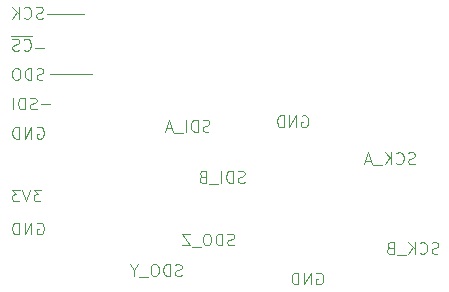
<source format=gbr>
%TF.GenerationSoftware,KiCad,Pcbnew,8.0.1*%
%TF.CreationDate,2024-08-08T22:12:17-07:00*%
%TF.ProjectId,spi_ethernet_mcu_side,7370695f-6574-4686-9572-6e65745f6d63,rev?*%
%TF.SameCoordinates,Original*%
%TF.FileFunction,Legend,Bot*%
%TF.FilePolarity,Positive*%
%FSLAX46Y46*%
G04 Gerber Fmt 4.6, Leading zero omitted, Abs format (unit mm)*
G04 Created by KiCad (PCBNEW 8.0.1) date 2024-08-08 22:12:17*
%MOMM*%
%LPD*%
G01*
G04 APERTURE LIST*
G04 Aperture macros list*
%AMRoundRect*
0 Rectangle with rounded corners*
0 $1 Rounding radius*
0 $2 $3 $4 $5 $6 $7 $8 $9 X,Y pos of 4 corners*
0 Add a 4 corners polygon primitive as box body*
4,1,4,$2,$3,$4,$5,$6,$7,$8,$9,$2,$3,0*
0 Add four circle primitives for the rounded corners*
1,1,$1+$1,$2,$3*
1,1,$1+$1,$4,$5*
1,1,$1+$1,$6,$7*
1,1,$1+$1,$8,$9*
0 Add four rect primitives between the rounded corners*
20,1,$1+$1,$2,$3,$4,$5,0*
20,1,$1+$1,$4,$5,$6,$7,0*
20,1,$1+$1,$6,$7,$8,$9,0*
20,1,$1+$1,$8,$9,$2,$3,0*%
G04 Aperture macros list end*
%ADD10C,0.100000*%
%ADD11R,1.700000X1.700000*%
%ADD12C,2.200000*%
%ADD13C,2.700000*%
%ADD14C,1.500000*%
%ADD15RoundRect,0.250000X0.500000X0.500000X-0.500000X0.500000X-0.500000X-0.500000X0.500000X-0.500000X0*%
%ADD16C,3.250000*%
%ADD17O,1.700000X1.700000*%
G04 APERTURE END LIST*
D10*
X113817400Y-72491600D02*
X114579400Y-72491600D01*
X114300000Y-77216000D02*
X115062000Y-77216000D01*
X115062000Y-74676000D02*
X118618000Y-74676000D01*
X114808000Y-69596000D02*
X117932200Y-69596000D01*
X131569734Y-83848000D02*
X131426877Y-83895619D01*
X131426877Y-83895619D02*
X131188782Y-83895619D01*
X131188782Y-83895619D02*
X131093544Y-83848000D01*
X131093544Y-83848000D02*
X131045925Y-83800380D01*
X131045925Y-83800380D02*
X130998306Y-83705142D01*
X130998306Y-83705142D02*
X130998306Y-83609904D01*
X130998306Y-83609904D02*
X131045925Y-83514666D01*
X131045925Y-83514666D02*
X131093544Y-83467047D01*
X131093544Y-83467047D02*
X131188782Y-83419428D01*
X131188782Y-83419428D02*
X131379258Y-83371809D01*
X131379258Y-83371809D02*
X131474496Y-83324190D01*
X131474496Y-83324190D02*
X131522115Y-83276571D01*
X131522115Y-83276571D02*
X131569734Y-83181333D01*
X131569734Y-83181333D02*
X131569734Y-83086095D01*
X131569734Y-83086095D02*
X131522115Y-82990857D01*
X131522115Y-82990857D02*
X131474496Y-82943238D01*
X131474496Y-82943238D02*
X131379258Y-82895619D01*
X131379258Y-82895619D02*
X131141163Y-82895619D01*
X131141163Y-82895619D02*
X130998306Y-82943238D01*
X130569734Y-83895619D02*
X130569734Y-82895619D01*
X130569734Y-82895619D02*
X130331639Y-82895619D01*
X130331639Y-82895619D02*
X130188782Y-82943238D01*
X130188782Y-82943238D02*
X130093544Y-83038476D01*
X130093544Y-83038476D02*
X130045925Y-83133714D01*
X130045925Y-83133714D02*
X129998306Y-83324190D01*
X129998306Y-83324190D02*
X129998306Y-83467047D01*
X129998306Y-83467047D02*
X130045925Y-83657523D01*
X130045925Y-83657523D02*
X130093544Y-83752761D01*
X130093544Y-83752761D02*
X130188782Y-83848000D01*
X130188782Y-83848000D02*
X130331639Y-83895619D01*
X130331639Y-83895619D02*
X130569734Y-83895619D01*
X129569734Y-83895619D02*
X129569734Y-82895619D01*
X129331640Y-83990857D02*
X128569735Y-83990857D01*
X127998306Y-83371809D02*
X127855449Y-83419428D01*
X127855449Y-83419428D02*
X127807830Y-83467047D01*
X127807830Y-83467047D02*
X127760211Y-83562285D01*
X127760211Y-83562285D02*
X127760211Y-83705142D01*
X127760211Y-83705142D02*
X127807830Y-83800380D01*
X127807830Y-83800380D02*
X127855449Y-83848000D01*
X127855449Y-83848000D02*
X127950687Y-83895619D01*
X127950687Y-83895619D02*
X128331639Y-83895619D01*
X128331639Y-83895619D02*
X128331639Y-82895619D01*
X128331639Y-82895619D02*
X127998306Y-82895619D01*
X127998306Y-82895619D02*
X127903068Y-82943238D01*
X127903068Y-82943238D02*
X127855449Y-82990857D01*
X127855449Y-82990857D02*
X127807830Y-83086095D01*
X127807830Y-83086095D02*
X127807830Y-83181333D01*
X127807830Y-83181333D02*
X127855449Y-83276571D01*
X127855449Y-83276571D02*
X127903068Y-83324190D01*
X127903068Y-83324190D02*
X127998306Y-83371809D01*
X127998306Y-83371809D02*
X128331639Y-83371809D01*
X136408506Y-78244238D02*
X136503744Y-78196619D01*
X136503744Y-78196619D02*
X136646601Y-78196619D01*
X136646601Y-78196619D02*
X136789458Y-78244238D01*
X136789458Y-78244238D02*
X136884696Y-78339476D01*
X136884696Y-78339476D02*
X136932315Y-78434714D01*
X136932315Y-78434714D02*
X136979934Y-78625190D01*
X136979934Y-78625190D02*
X136979934Y-78768047D01*
X136979934Y-78768047D02*
X136932315Y-78958523D01*
X136932315Y-78958523D02*
X136884696Y-79053761D01*
X136884696Y-79053761D02*
X136789458Y-79149000D01*
X136789458Y-79149000D02*
X136646601Y-79196619D01*
X136646601Y-79196619D02*
X136551363Y-79196619D01*
X136551363Y-79196619D02*
X136408506Y-79149000D01*
X136408506Y-79149000D02*
X136360887Y-79101380D01*
X136360887Y-79101380D02*
X136360887Y-78768047D01*
X136360887Y-78768047D02*
X136551363Y-78768047D01*
X135932315Y-79196619D02*
X135932315Y-78196619D01*
X135932315Y-78196619D02*
X135360887Y-79196619D01*
X135360887Y-79196619D02*
X135360887Y-78196619D01*
X134884696Y-79196619D02*
X134884696Y-78196619D01*
X134884696Y-78196619D02*
X134646601Y-78196619D01*
X134646601Y-78196619D02*
X134503744Y-78244238D01*
X134503744Y-78244238D02*
X134408506Y-78339476D01*
X134408506Y-78339476D02*
X134360887Y-78434714D01*
X134360887Y-78434714D02*
X134313268Y-78625190D01*
X134313268Y-78625190D02*
X134313268Y-78768047D01*
X134313268Y-78768047D02*
X134360887Y-78958523D01*
X134360887Y-78958523D02*
X134408506Y-79053761D01*
X134408506Y-79053761D02*
X134503744Y-79149000D01*
X134503744Y-79149000D02*
X134646601Y-79196619D01*
X134646601Y-79196619D02*
X134884696Y-79196619D01*
X128597934Y-79530000D02*
X128455077Y-79577619D01*
X128455077Y-79577619D02*
X128216982Y-79577619D01*
X128216982Y-79577619D02*
X128121744Y-79530000D01*
X128121744Y-79530000D02*
X128074125Y-79482380D01*
X128074125Y-79482380D02*
X128026506Y-79387142D01*
X128026506Y-79387142D02*
X128026506Y-79291904D01*
X128026506Y-79291904D02*
X128074125Y-79196666D01*
X128074125Y-79196666D02*
X128121744Y-79149047D01*
X128121744Y-79149047D02*
X128216982Y-79101428D01*
X128216982Y-79101428D02*
X128407458Y-79053809D01*
X128407458Y-79053809D02*
X128502696Y-79006190D01*
X128502696Y-79006190D02*
X128550315Y-78958571D01*
X128550315Y-78958571D02*
X128597934Y-78863333D01*
X128597934Y-78863333D02*
X128597934Y-78768095D01*
X128597934Y-78768095D02*
X128550315Y-78672857D01*
X128550315Y-78672857D02*
X128502696Y-78625238D01*
X128502696Y-78625238D02*
X128407458Y-78577619D01*
X128407458Y-78577619D02*
X128169363Y-78577619D01*
X128169363Y-78577619D02*
X128026506Y-78625238D01*
X127597934Y-79577619D02*
X127597934Y-78577619D01*
X127597934Y-78577619D02*
X127359839Y-78577619D01*
X127359839Y-78577619D02*
X127216982Y-78625238D01*
X127216982Y-78625238D02*
X127121744Y-78720476D01*
X127121744Y-78720476D02*
X127074125Y-78815714D01*
X127074125Y-78815714D02*
X127026506Y-79006190D01*
X127026506Y-79006190D02*
X127026506Y-79149047D01*
X127026506Y-79149047D02*
X127074125Y-79339523D01*
X127074125Y-79339523D02*
X127121744Y-79434761D01*
X127121744Y-79434761D02*
X127216982Y-79530000D01*
X127216982Y-79530000D02*
X127359839Y-79577619D01*
X127359839Y-79577619D02*
X127597934Y-79577619D01*
X126597934Y-79577619D02*
X126597934Y-78577619D01*
X126359840Y-79672857D02*
X125597935Y-79672857D01*
X125407458Y-79291904D02*
X124931268Y-79291904D01*
X125502696Y-79577619D02*
X125169363Y-78577619D01*
X125169363Y-78577619D02*
X124836030Y-79577619D01*
X126235734Y-91747400D02*
X126092877Y-91795019D01*
X126092877Y-91795019D02*
X125854782Y-91795019D01*
X125854782Y-91795019D02*
X125759544Y-91747400D01*
X125759544Y-91747400D02*
X125711925Y-91699780D01*
X125711925Y-91699780D02*
X125664306Y-91604542D01*
X125664306Y-91604542D02*
X125664306Y-91509304D01*
X125664306Y-91509304D02*
X125711925Y-91414066D01*
X125711925Y-91414066D02*
X125759544Y-91366447D01*
X125759544Y-91366447D02*
X125854782Y-91318828D01*
X125854782Y-91318828D02*
X126045258Y-91271209D01*
X126045258Y-91271209D02*
X126140496Y-91223590D01*
X126140496Y-91223590D02*
X126188115Y-91175971D01*
X126188115Y-91175971D02*
X126235734Y-91080733D01*
X126235734Y-91080733D02*
X126235734Y-90985495D01*
X126235734Y-90985495D02*
X126188115Y-90890257D01*
X126188115Y-90890257D02*
X126140496Y-90842638D01*
X126140496Y-90842638D02*
X126045258Y-90795019D01*
X126045258Y-90795019D02*
X125807163Y-90795019D01*
X125807163Y-90795019D02*
X125664306Y-90842638D01*
X125235734Y-91795019D02*
X125235734Y-90795019D01*
X125235734Y-90795019D02*
X124997639Y-90795019D01*
X124997639Y-90795019D02*
X124854782Y-90842638D01*
X124854782Y-90842638D02*
X124759544Y-90937876D01*
X124759544Y-90937876D02*
X124711925Y-91033114D01*
X124711925Y-91033114D02*
X124664306Y-91223590D01*
X124664306Y-91223590D02*
X124664306Y-91366447D01*
X124664306Y-91366447D02*
X124711925Y-91556923D01*
X124711925Y-91556923D02*
X124759544Y-91652161D01*
X124759544Y-91652161D02*
X124854782Y-91747400D01*
X124854782Y-91747400D02*
X124997639Y-91795019D01*
X124997639Y-91795019D02*
X125235734Y-91795019D01*
X124045258Y-90795019D02*
X123854782Y-90795019D01*
X123854782Y-90795019D02*
X123759544Y-90842638D01*
X123759544Y-90842638D02*
X123664306Y-90937876D01*
X123664306Y-90937876D02*
X123616687Y-91128352D01*
X123616687Y-91128352D02*
X123616687Y-91461685D01*
X123616687Y-91461685D02*
X123664306Y-91652161D01*
X123664306Y-91652161D02*
X123759544Y-91747400D01*
X123759544Y-91747400D02*
X123854782Y-91795019D01*
X123854782Y-91795019D02*
X124045258Y-91795019D01*
X124045258Y-91795019D02*
X124140496Y-91747400D01*
X124140496Y-91747400D02*
X124235734Y-91652161D01*
X124235734Y-91652161D02*
X124283353Y-91461685D01*
X124283353Y-91461685D02*
X124283353Y-91128352D01*
X124283353Y-91128352D02*
X124235734Y-90937876D01*
X124235734Y-90937876D02*
X124140496Y-90842638D01*
X124140496Y-90842638D02*
X124045258Y-90795019D01*
X123426211Y-91890257D02*
X122664306Y-91890257D01*
X122235734Y-91318828D02*
X122235734Y-91795019D01*
X122569067Y-90795019D02*
X122235734Y-91318828D01*
X122235734Y-91318828D02*
X121902401Y-90795019D01*
X130680734Y-89156600D02*
X130537877Y-89204219D01*
X130537877Y-89204219D02*
X130299782Y-89204219D01*
X130299782Y-89204219D02*
X130204544Y-89156600D01*
X130204544Y-89156600D02*
X130156925Y-89108980D01*
X130156925Y-89108980D02*
X130109306Y-89013742D01*
X130109306Y-89013742D02*
X130109306Y-88918504D01*
X130109306Y-88918504D02*
X130156925Y-88823266D01*
X130156925Y-88823266D02*
X130204544Y-88775647D01*
X130204544Y-88775647D02*
X130299782Y-88728028D01*
X130299782Y-88728028D02*
X130490258Y-88680409D01*
X130490258Y-88680409D02*
X130585496Y-88632790D01*
X130585496Y-88632790D02*
X130633115Y-88585171D01*
X130633115Y-88585171D02*
X130680734Y-88489933D01*
X130680734Y-88489933D02*
X130680734Y-88394695D01*
X130680734Y-88394695D02*
X130633115Y-88299457D01*
X130633115Y-88299457D02*
X130585496Y-88251838D01*
X130585496Y-88251838D02*
X130490258Y-88204219D01*
X130490258Y-88204219D02*
X130252163Y-88204219D01*
X130252163Y-88204219D02*
X130109306Y-88251838D01*
X129680734Y-89204219D02*
X129680734Y-88204219D01*
X129680734Y-88204219D02*
X129442639Y-88204219D01*
X129442639Y-88204219D02*
X129299782Y-88251838D01*
X129299782Y-88251838D02*
X129204544Y-88347076D01*
X129204544Y-88347076D02*
X129156925Y-88442314D01*
X129156925Y-88442314D02*
X129109306Y-88632790D01*
X129109306Y-88632790D02*
X129109306Y-88775647D01*
X129109306Y-88775647D02*
X129156925Y-88966123D01*
X129156925Y-88966123D02*
X129204544Y-89061361D01*
X129204544Y-89061361D02*
X129299782Y-89156600D01*
X129299782Y-89156600D02*
X129442639Y-89204219D01*
X129442639Y-89204219D02*
X129680734Y-89204219D01*
X128490258Y-88204219D02*
X128299782Y-88204219D01*
X128299782Y-88204219D02*
X128204544Y-88251838D01*
X128204544Y-88251838D02*
X128109306Y-88347076D01*
X128109306Y-88347076D02*
X128061687Y-88537552D01*
X128061687Y-88537552D02*
X128061687Y-88870885D01*
X128061687Y-88870885D02*
X128109306Y-89061361D01*
X128109306Y-89061361D02*
X128204544Y-89156600D01*
X128204544Y-89156600D02*
X128299782Y-89204219D01*
X128299782Y-89204219D02*
X128490258Y-89204219D01*
X128490258Y-89204219D02*
X128585496Y-89156600D01*
X128585496Y-89156600D02*
X128680734Y-89061361D01*
X128680734Y-89061361D02*
X128728353Y-88870885D01*
X128728353Y-88870885D02*
X128728353Y-88537552D01*
X128728353Y-88537552D02*
X128680734Y-88347076D01*
X128680734Y-88347076D02*
X128585496Y-88251838D01*
X128585496Y-88251838D02*
X128490258Y-88204219D01*
X127871211Y-89299457D02*
X127109306Y-89299457D01*
X126966448Y-88204219D02*
X126299782Y-88204219D01*
X126299782Y-88204219D02*
X126966448Y-89204219D01*
X126966448Y-89204219D02*
X126299782Y-89204219D01*
X137653106Y-91553838D02*
X137748344Y-91506219D01*
X137748344Y-91506219D02*
X137891201Y-91506219D01*
X137891201Y-91506219D02*
X138034058Y-91553838D01*
X138034058Y-91553838D02*
X138129296Y-91649076D01*
X138129296Y-91649076D02*
X138176915Y-91744314D01*
X138176915Y-91744314D02*
X138224534Y-91934790D01*
X138224534Y-91934790D02*
X138224534Y-92077647D01*
X138224534Y-92077647D02*
X138176915Y-92268123D01*
X138176915Y-92268123D02*
X138129296Y-92363361D01*
X138129296Y-92363361D02*
X138034058Y-92458600D01*
X138034058Y-92458600D02*
X137891201Y-92506219D01*
X137891201Y-92506219D02*
X137795963Y-92506219D01*
X137795963Y-92506219D02*
X137653106Y-92458600D01*
X137653106Y-92458600D02*
X137605487Y-92410980D01*
X137605487Y-92410980D02*
X137605487Y-92077647D01*
X137605487Y-92077647D02*
X137795963Y-92077647D01*
X137176915Y-92506219D02*
X137176915Y-91506219D01*
X137176915Y-91506219D02*
X136605487Y-92506219D01*
X136605487Y-92506219D02*
X136605487Y-91506219D01*
X136129296Y-92506219D02*
X136129296Y-91506219D01*
X136129296Y-91506219D02*
X135891201Y-91506219D01*
X135891201Y-91506219D02*
X135748344Y-91553838D01*
X135748344Y-91553838D02*
X135653106Y-91649076D01*
X135653106Y-91649076D02*
X135605487Y-91744314D01*
X135605487Y-91744314D02*
X135557868Y-91934790D01*
X135557868Y-91934790D02*
X135557868Y-92077647D01*
X135557868Y-92077647D02*
X135605487Y-92268123D01*
X135605487Y-92268123D02*
X135653106Y-92363361D01*
X135653106Y-92363361D02*
X135748344Y-92458600D01*
X135748344Y-92458600D02*
X135891201Y-92506219D01*
X135891201Y-92506219D02*
X136129296Y-92506219D01*
X147978134Y-89867800D02*
X147835277Y-89915419D01*
X147835277Y-89915419D02*
X147597182Y-89915419D01*
X147597182Y-89915419D02*
X147501944Y-89867800D01*
X147501944Y-89867800D02*
X147454325Y-89820180D01*
X147454325Y-89820180D02*
X147406706Y-89724942D01*
X147406706Y-89724942D02*
X147406706Y-89629704D01*
X147406706Y-89629704D02*
X147454325Y-89534466D01*
X147454325Y-89534466D02*
X147501944Y-89486847D01*
X147501944Y-89486847D02*
X147597182Y-89439228D01*
X147597182Y-89439228D02*
X147787658Y-89391609D01*
X147787658Y-89391609D02*
X147882896Y-89343990D01*
X147882896Y-89343990D02*
X147930515Y-89296371D01*
X147930515Y-89296371D02*
X147978134Y-89201133D01*
X147978134Y-89201133D02*
X147978134Y-89105895D01*
X147978134Y-89105895D02*
X147930515Y-89010657D01*
X147930515Y-89010657D02*
X147882896Y-88963038D01*
X147882896Y-88963038D02*
X147787658Y-88915419D01*
X147787658Y-88915419D02*
X147549563Y-88915419D01*
X147549563Y-88915419D02*
X147406706Y-88963038D01*
X146406706Y-89820180D02*
X146454325Y-89867800D01*
X146454325Y-89867800D02*
X146597182Y-89915419D01*
X146597182Y-89915419D02*
X146692420Y-89915419D01*
X146692420Y-89915419D02*
X146835277Y-89867800D01*
X146835277Y-89867800D02*
X146930515Y-89772561D01*
X146930515Y-89772561D02*
X146978134Y-89677323D01*
X146978134Y-89677323D02*
X147025753Y-89486847D01*
X147025753Y-89486847D02*
X147025753Y-89343990D01*
X147025753Y-89343990D02*
X146978134Y-89153514D01*
X146978134Y-89153514D02*
X146930515Y-89058276D01*
X146930515Y-89058276D02*
X146835277Y-88963038D01*
X146835277Y-88963038D02*
X146692420Y-88915419D01*
X146692420Y-88915419D02*
X146597182Y-88915419D01*
X146597182Y-88915419D02*
X146454325Y-88963038D01*
X146454325Y-88963038D02*
X146406706Y-89010657D01*
X145978134Y-89915419D02*
X145978134Y-88915419D01*
X145406706Y-89915419D02*
X145835277Y-89343990D01*
X145406706Y-88915419D02*
X145978134Y-89486847D01*
X145216230Y-90010657D02*
X144454325Y-90010657D01*
X143882896Y-89391609D02*
X143740039Y-89439228D01*
X143740039Y-89439228D02*
X143692420Y-89486847D01*
X143692420Y-89486847D02*
X143644801Y-89582085D01*
X143644801Y-89582085D02*
X143644801Y-89724942D01*
X143644801Y-89724942D02*
X143692420Y-89820180D01*
X143692420Y-89820180D02*
X143740039Y-89867800D01*
X143740039Y-89867800D02*
X143835277Y-89915419D01*
X143835277Y-89915419D02*
X144216229Y-89915419D01*
X144216229Y-89915419D02*
X144216229Y-88915419D01*
X144216229Y-88915419D02*
X143882896Y-88915419D01*
X143882896Y-88915419D02*
X143787658Y-88963038D01*
X143787658Y-88963038D02*
X143740039Y-89010657D01*
X143740039Y-89010657D02*
X143692420Y-89105895D01*
X143692420Y-89105895D02*
X143692420Y-89201133D01*
X143692420Y-89201133D02*
X143740039Y-89296371D01*
X143740039Y-89296371D02*
X143787658Y-89343990D01*
X143787658Y-89343990D02*
X143882896Y-89391609D01*
X143882896Y-89391609D02*
X144216229Y-89391609D01*
X145996934Y-82273200D02*
X145854077Y-82320819D01*
X145854077Y-82320819D02*
X145615982Y-82320819D01*
X145615982Y-82320819D02*
X145520744Y-82273200D01*
X145520744Y-82273200D02*
X145473125Y-82225580D01*
X145473125Y-82225580D02*
X145425506Y-82130342D01*
X145425506Y-82130342D02*
X145425506Y-82035104D01*
X145425506Y-82035104D02*
X145473125Y-81939866D01*
X145473125Y-81939866D02*
X145520744Y-81892247D01*
X145520744Y-81892247D02*
X145615982Y-81844628D01*
X145615982Y-81844628D02*
X145806458Y-81797009D01*
X145806458Y-81797009D02*
X145901696Y-81749390D01*
X145901696Y-81749390D02*
X145949315Y-81701771D01*
X145949315Y-81701771D02*
X145996934Y-81606533D01*
X145996934Y-81606533D02*
X145996934Y-81511295D01*
X145996934Y-81511295D02*
X145949315Y-81416057D01*
X145949315Y-81416057D02*
X145901696Y-81368438D01*
X145901696Y-81368438D02*
X145806458Y-81320819D01*
X145806458Y-81320819D02*
X145568363Y-81320819D01*
X145568363Y-81320819D02*
X145425506Y-81368438D01*
X144425506Y-82225580D02*
X144473125Y-82273200D01*
X144473125Y-82273200D02*
X144615982Y-82320819D01*
X144615982Y-82320819D02*
X144711220Y-82320819D01*
X144711220Y-82320819D02*
X144854077Y-82273200D01*
X144854077Y-82273200D02*
X144949315Y-82177961D01*
X144949315Y-82177961D02*
X144996934Y-82082723D01*
X144996934Y-82082723D02*
X145044553Y-81892247D01*
X145044553Y-81892247D02*
X145044553Y-81749390D01*
X145044553Y-81749390D02*
X144996934Y-81558914D01*
X144996934Y-81558914D02*
X144949315Y-81463676D01*
X144949315Y-81463676D02*
X144854077Y-81368438D01*
X144854077Y-81368438D02*
X144711220Y-81320819D01*
X144711220Y-81320819D02*
X144615982Y-81320819D01*
X144615982Y-81320819D02*
X144473125Y-81368438D01*
X144473125Y-81368438D02*
X144425506Y-81416057D01*
X143996934Y-82320819D02*
X143996934Y-81320819D01*
X143425506Y-82320819D02*
X143854077Y-81749390D01*
X143425506Y-81320819D02*
X143996934Y-81892247D01*
X143235030Y-82416057D02*
X142473125Y-82416057D01*
X142282648Y-82035104D02*
X141806458Y-82035104D01*
X142377886Y-82320819D02*
X142044553Y-81320819D01*
X142044553Y-81320819D02*
X141711220Y-82320819D01*
X112860867Y-72615179D02*
X112908486Y-72662799D01*
X112908486Y-72662799D02*
X113051343Y-72710418D01*
X113051343Y-72710418D02*
X113146581Y-72710418D01*
X113146581Y-72710418D02*
X113289438Y-72662799D01*
X113289438Y-72662799D02*
X113384676Y-72567560D01*
X113384676Y-72567560D02*
X113432295Y-72472322D01*
X113432295Y-72472322D02*
X113479914Y-72281846D01*
X113479914Y-72281846D02*
X113479914Y-72138989D01*
X113479914Y-72138989D02*
X113432295Y-71948513D01*
X113432295Y-71948513D02*
X113384676Y-71853275D01*
X113384676Y-71853275D02*
X113289438Y-71758037D01*
X113289438Y-71758037D02*
X113146581Y-71710418D01*
X113146581Y-71710418D02*
X113051343Y-71710418D01*
X113051343Y-71710418D02*
X112908486Y-71758037D01*
X112908486Y-71758037D02*
X112860867Y-71805656D01*
X112479914Y-72662799D02*
X112337057Y-72710418D01*
X112337057Y-72710418D02*
X112098962Y-72710418D01*
X112098962Y-72710418D02*
X112003724Y-72662799D01*
X112003724Y-72662799D02*
X111956105Y-72615179D01*
X111956105Y-72615179D02*
X111908486Y-72519941D01*
X111908486Y-72519941D02*
X111908486Y-72424703D01*
X111908486Y-72424703D02*
X111956105Y-72329465D01*
X111956105Y-72329465D02*
X112003724Y-72281846D01*
X112003724Y-72281846D02*
X112098962Y-72234227D01*
X112098962Y-72234227D02*
X112289438Y-72186608D01*
X112289438Y-72186608D02*
X112384676Y-72138989D01*
X112384676Y-72138989D02*
X112432295Y-72091370D01*
X112432295Y-72091370D02*
X112479914Y-71996132D01*
X112479914Y-71996132D02*
X112479914Y-71900894D01*
X112479914Y-71900894D02*
X112432295Y-71805656D01*
X112432295Y-71805656D02*
X112384676Y-71758037D01*
X112384676Y-71758037D02*
X112289438Y-71710418D01*
X112289438Y-71710418D02*
X112051343Y-71710418D01*
X112051343Y-71710418D02*
X111908486Y-71758037D01*
X113570391Y-71432799D02*
X111818010Y-71432799D01*
X114003724Y-79215538D02*
X114098962Y-79167919D01*
X114098962Y-79167919D02*
X114241819Y-79167919D01*
X114241819Y-79167919D02*
X114384676Y-79215538D01*
X114384676Y-79215538D02*
X114479914Y-79310776D01*
X114479914Y-79310776D02*
X114527533Y-79406014D01*
X114527533Y-79406014D02*
X114575152Y-79596490D01*
X114575152Y-79596490D02*
X114575152Y-79739347D01*
X114575152Y-79739347D02*
X114527533Y-79929823D01*
X114527533Y-79929823D02*
X114479914Y-80025061D01*
X114479914Y-80025061D02*
X114384676Y-80120300D01*
X114384676Y-80120300D02*
X114241819Y-80167919D01*
X114241819Y-80167919D02*
X114146581Y-80167919D01*
X114146581Y-80167919D02*
X114003724Y-80120300D01*
X114003724Y-80120300D02*
X113956105Y-80072680D01*
X113956105Y-80072680D02*
X113956105Y-79739347D01*
X113956105Y-79739347D02*
X114146581Y-79739347D01*
X113527533Y-80167919D02*
X113527533Y-79167919D01*
X113527533Y-79167919D02*
X112956105Y-80167919D01*
X112956105Y-80167919D02*
X112956105Y-79167919D01*
X112479914Y-80167919D02*
X112479914Y-79167919D01*
X112479914Y-79167919D02*
X112241819Y-79167919D01*
X112241819Y-79167919D02*
X112098962Y-79215538D01*
X112098962Y-79215538D02*
X112003724Y-79310776D01*
X112003724Y-79310776D02*
X111956105Y-79406014D01*
X111956105Y-79406014D02*
X111908486Y-79596490D01*
X111908486Y-79596490D02*
X111908486Y-79739347D01*
X111908486Y-79739347D02*
X111956105Y-79929823D01*
X111956105Y-79929823D02*
X112003724Y-80025061D01*
X112003724Y-80025061D02*
X112098962Y-80120300D01*
X112098962Y-80120300D02*
X112241819Y-80167919D01*
X112241819Y-80167919D02*
X112479914Y-80167919D01*
X114527533Y-75148632D02*
X114384676Y-75196251D01*
X114384676Y-75196251D02*
X114146581Y-75196251D01*
X114146581Y-75196251D02*
X114051343Y-75148632D01*
X114051343Y-75148632D02*
X114003724Y-75101012D01*
X114003724Y-75101012D02*
X113956105Y-75005774D01*
X113956105Y-75005774D02*
X113956105Y-74910536D01*
X113956105Y-74910536D02*
X114003724Y-74815298D01*
X114003724Y-74815298D02*
X114051343Y-74767679D01*
X114051343Y-74767679D02*
X114146581Y-74720060D01*
X114146581Y-74720060D02*
X114337057Y-74672441D01*
X114337057Y-74672441D02*
X114432295Y-74624822D01*
X114432295Y-74624822D02*
X114479914Y-74577203D01*
X114479914Y-74577203D02*
X114527533Y-74481965D01*
X114527533Y-74481965D02*
X114527533Y-74386727D01*
X114527533Y-74386727D02*
X114479914Y-74291489D01*
X114479914Y-74291489D02*
X114432295Y-74243870D01*
X114432295Y-74243870D02*
X114337057Y-74196251D01*
X114337057Y-74196251D02*
X114098962Y-74196251D01*
X114098962Y-74196251D02*
X113956105Y-74243870D01*
X113527533Y-75196251D02*
X113527533Y-74196251D01*
X113527533Y-74196251D02*
X113289438Y-74196251D01*
X113289438Y-74196251D02*
X113146581Y-74243870D01*
X113146581Y-74243870D02*
X113051343Y-74339108D01*
X113051343Y-74339108D02*
X113003724Y-74434346D01*
X113003724Y-74434346D02*
X112956105Y-74624822D01*
X112956105Y-74624822D02*
X112956105Y-74767679D01*
X112956105Y-74767679D02*
X113003724Y-74958155D01*
X113003724Y-74958155D02*
X113051343Y-75053393D01*
X113051343Y-75053393D02*
X113146581Y-75148632D01*
X113146581Y-75148632D02*
X113289438Y-75196251D01*
X113289438Y-75196251D02*
X113527533Y-75196251D01*
X112337057Y-74196251D02*
X112146581Y-74196251D01*
X112146581Y-74196251D02*
X112051343Y-74243870D01*
X112051343Y-74243870D02*
X111956105Y-74339108D01*
X111956105Y-74339108D02*
X111908486Y-74529584D01*
X111908486Y-74529584D02*
X111908486Y-74862917D01*
X111908486Y-74862917D02*
X111956105Y-75053393D01*
X111956105Y-75053393D02*
X112051343Y-75148632D01*
X112051343Y-75148632D02*
X112146581Y-75196251D01*
X112146581Y-75196251D02*
X112337057Y-75196251D01*
X112337057Y-75196251D02*
X112432295Y-75148632D01*
X112432295Y-75148632D02*
X112527533Y-75053393D01*
X112527533Y-75053393D02*
X112575152Y-74862917D01*
X112575152Y-74862917D02*
X112575152Y-74529584D01*
X112575152Y-74529584D02*
X112527533Y-74339108D01*
X112527533Y-74339108D02*
X112432295Y-74243870D01*
X112432295Y-74243870D02*
X112337057Y-74196251D01*
X114003724Y-87312038D02*
X114098962Y-87264419D01*
X114098962Y-87264419D02*
X114241819Y-87264419D01*
X114241819Y-87264419D02*
X114384676Y-87312038D01*
X114384676Y-87312038D02*
X114479914Y-87407276D01*
X114479914Y-87407276D02*
X114527533Y-87502514D01*
X114527533Y-87502514D02*
X114575152Y-87692990D01*
X114575152Y-87692990D02*
X114575152Y-87835847D01*
X114575152Y-87835847D02*
X114527533Y-88026323D01*
X114527533Y-88026323D02*
X114479914Y-88121561D01*
X114479914Y-88121561D02*
X114384676Y-88216800D01*
X114384676Y-88216800D02*
X114241819Y-88264419D01*
X114241819Y-88264419D02*
X114146581Y-88264419D01*
X114146581Y-88264419D02*
X114003724Y-88216800D01*
X114003724Y-88216800D02*
X113956105Y-88169180D01*
X113956105Y-88169180D02*
X113956105Y-87835847D01*
X113956105Y-87835847D02*
X114146581Y-87835847D01*
X113527533Y-88264419D02*
X113527533Y-87264419D01*
X113527533Y-87264419D02*
X112956105Y-88264419D01*
X112956105Y-88264419D02*
X112956105Y-87264419D01*
X112479914Y-88264419D02*
X112479914Y-87264419D01*
X112479914Y-87264419D02*
X112241819Y-87264419D01*
X112241819Y-87264419D02*
X112098962Y-87312038D01*
X112098962Y-87312038D02*
X112003724Y-87407276D01*
X112003724Y-87407276D02*
X111956105Y-87502514D01*
X111956105Y-87502514D02*
X111908486Y-87692990D01*
X111908486Y-87692990D02*
X111908486Y-87835847D01*
X111908486Y-87835847D02*
X111956105Y-88026323D01*
X111956105Y-88026323D02*
X112003724Y-88121561D01*
X112003724Y-88121561D02*
X112098962Y-88216800D01*
X112098962Y-88216800D02*
X112241819Y-88264419D01*
X112241819Y-88264419D02*
X112479914Y-88264419D01*
X113956104Y-77634465D02*
X113813247Y-77682084D01*
X113813247Y-77682084D02*
X113575152Y-77682084D01*
X113575152Y-77682084D02*
X113479914Y-77634465D01*
X113479914Y-77634465D02*
X113432295Y-77586845D01*
X113432295Y-77586845D02*
X113384676Y-77491607D01*
X113384676Y-77491607D02*
X113384676Y-77396369D01*
X113384676Y-77396369D02*
X113432295Y-77301131D01*
X113432295Y-77301131D02*
X113479914Y-77253512D01*
X113479914Y-77253512D02*
X113575152Y-77205893D01*
X113575152Y-77205893D02*
X113765628Y-77158274D01*
X113765628Y-77158274D02*
X113860866Y-77110655D01*
X113860866Y-77110655D02*
X113908485Y-77063036D01*
X113908485Y-77063036D02*
X113956104Y-76967798D01*
X113956104Y-76967798D02*
X113956104Y-76872560D01*
X113956104Y-76872560D02*
X113908485Y-76777322D01*
X113908485Y-76777322D02*
X113860866Y-76729703D01*
X113860866Y-76729703D02*
X113765628Y-76682084D01*
X113765628Y-76682084D02*
X113527533Y-76682084D01*
X113527533Y-76682084D02*
X113384676Y-76729703D01*
X112956104Y-77682084D02*
X112956104Y-76682084D01*
X112956104Y-76682084D02*
X112718009Y-76682084D01*
X112718009Y-76682084D02*
X112575152Y-76729703D01*
X112575152Y-76729703D02*
X112479914Y-76824941D01*
X112479914Y-76824941D02*
X112432295Y-76920179D01*
X112432295Y-76920179D02*
X112384676Y-77110655D01*
X112384676Y-77110655D02*
X112384676Y-77253512D01*
X112384676Y-77253512D02*
X112432295Y-77443988D01*
X112432295Y-77443988D02*
X112479914Y-77539226D01*
X112479914Y-77539226D02*
X112575152Y-77634465D01*
X112575152Y-77634465D02*
X112718009Y-77682084D01*
X112718009Y-77682084D02*
X112956104Y-77682084D01*
X111956104Y-77682084D02*
X111956104Y-76682084D01*
X114479914Y-69960300D02*
X114337057Y-70007919D01*
X114337057Y-70007919D02*
X114098962Y-70007919D01*
X114098962Y-70007919D02*
X114003724Y-69960300D01*
X114003724Y-69960300D02*
X113956105Y-69912680D01*
X113956105Y-69912680D02*
X113908486Y-69817442D01*
X113908486Y-69817442D02*
X113908486Y-69722204D01*
X113908486Y-69722204D02*
X113956105Y-69626966D01*
X113956105Y-69626966D02*
X114003724Y-69579347D01*
X114003724Y-69579347D02*
X114098962Y-69531728D01*
X114098962Y-69531728D02*
X114289438Y-69484109D01*
X114289438Y-69484109D02*
X114384676Y-69436490D01*
X114384676Y-69436490D02*
X114432295Y-69388871D01*
X114432295Y-69388871D02*
X114479914Y-69293633D01*
X114479914Y-69293633D02*
X114479914Y-69198395D01*
X114479914Y-69198395D02*
X114432295Y-69103157D01*
X114432295Y-69103157D02*
X114384676Y-69055538D01*
X114384676Y-69055538D02*
X114289438Y-69007919D01*
X114289438Y-69007919D02*
X114051343Y-69007919D01*
X114051343Y-69007919D02*
X113908486Y-69055538D01*
X112908486Y-69912680D02*
X112956105Y-69960300D01*
X112956105Y-69960300D02*
X113098962Y-70007919D01*
X113098962Y-70007919D02*
X113194200Y-70007919D01*
X113194200Y-70007919D02*
X113337057Y-69960300D01*
X113337057Y-69960300D02*
X113432295Y-69865061D01*
X113432295Y-69865061D02*
X113479914Y-69769823D01*
X113479914Y-69769823D02*
X113527533Y-69579347D01*
X113527533Y-69579347D02*
X113527533Y-69436490D01*
X113527533Y-69436490D02*
X113479914Y-69246014D01*
X113479914Y-69246014D02*
X113432295Y-69150776D01*
X113432295Y-69150776D02*
X113337057Y-69055538D01*
X113337057Y-69055538D02*
X113194200Y-69007919D01*
X113194200Y-69007919D02*
X113098962Y-69007919D01*
X113098962Y-69007919D02*
X112956105Y-69055538D01*
X112956105Y-69055538D02*
X112908486Y-69103157D01*
X112479914Y-70007919D02*
X112479914Y-69007919D01*
X111908486Y-70007919D02*
X112337057Y-69436490D01*
X111908486Y-69007919D02*
X112479914Y-69579347D01*
X114337057Y-84470419D02*
X113718010Y-84470419D01*
X113718010Y-84470419D02*
X114051343Y-84851371D01*
X114051343Y-84851371D02*
X113908486Y-84851371D01*
X113908486Y-84851371D02*
X113813248Y-84898990D01*
X113813248Y-84898990D02*
X113765629Y-84946609D01*
X113765629Y-84946609D02*
X113718010Y-85041847D01*
X113718010Y-85041847D02*
X113718010Y-85279942D01*
X113718010Y-85279942D02*
X113765629Y-85375180D01*
X113765629Y-85375180D02*
X113813248Y-85422800D01*
X113813248Y-85422800D02*
X113908486Y-85470419D01*
X113908486Y-85470419D02*
X114194200Y-85470419D01*
X114194200Y-85470419D02*
X114289438Y-85422800D01*
X114289438Y-85422800D02*
X114337057Y-85375180D01*
X113432295Y-84470419D02*
X113098962Y-85470419D01*
X113098962Y-85470419D02*
X112765629Y-84470419D01*
X112527533Y-84470419D02*
X111908486Y-84470419D01*
X111908486Y-84470419D02*
X112241819Y-84851371D01*
X112241819Y-84851371D02*
X112098962Y-84851371D01*
X112098962Y-84851371D02*
X112003724Y-84898990D01*
X112003724Y-84898990D02*
X111956105Y-84946609D01*
X111956105Y-84946609D02*
X111908486Y-85041847D01*
X111908486Y-85041847D02*
X111908486Y-85279942D01*
X111908486Y-85279942D02*
X111956105Y-85375180D01*
X111956105Y-85375180D02*
X112003724Y-85422800D01*
X112003724Y-85422800D02*
X112098962Y-85470419D01*
X112098962Y-85470419D02*
X112384676Y-85470419D01*
X112384676Y-85470419D02*
X112479914Y-85422800D01*
X112479914Y-85422800D02*
X112527533Y-85375180D01*
%LPC*%
D11*
%TO.C,TP5*%
X145821400Y-87350600D03*
%TD*%
%TO.C,TP4*%
X143281400Y-83616800D03*
%TD*%
%TO.C,TP2*%
X128625600Y-90373200D03*
%TD*%
%TO.C,TP1*%
X124256800Y-93218000D03*
%TD*%
%TO.C,TP9*%
X119354600Y-69596000D03*
%TD*%
%TO.C,TP10*%
X115544600Y-72110600D03*
%TD*%
D12*
%TO.C,H4*%
X145796000Y-92964000D03*
%TD*%
D11*
%TO.C,TP3*%
X129082800Y-85115400D03*
%TD*%
D12*
%TO.C,H1*%
X111252000Y-92964000D03*
%TD*%
D11*
%TO.C,TP12*%
X116713000Y-77216000D03*
%TD*%
D12*
%TO.C,H3*%
X111252000Y-57404000D03*
%TD*%
D11*
%TO.C,TP11*%
X120370600Y-74676000D03*
%TD*%
D13*
%TO.C,J1*%
X138688000Y-63663400D03*
X122428000Y-63663400D03*
D14*
X137418000Y-69243400D03*
X135128000Y-69243400D03*
X125988000Y-69243400D03*
X123698000Y-69243400D03*
X134128000Y-64423400D03*
X133108000Y-62643400D03*
X132088000Y-64423400D03*
X131068000Y-62643400D03*
X130048000Y-64423400D03*
X129028000Y-62643400D03*
X128008000Y-64423400D03*
D15*
X126988000Y-62643400D03*
D16*
X136908000Y-60103400D03*
X124208000Y-60103400D03*
%TD*%
D11*
%TO.C,TP6*%
X126695200Y-80822800D03*
%TD*%
%TO.C,TP8*%
X135636000Y-80264000D03*
%TD*%
D12*
%TO.C,H2*%
X145796000Y-57404000D03*
%TD*%
D11*
%TO.C,J4*%
X110263200Y-69596000D03*
D17*
X110263200Y-72136000D03*
X110263200Y-74676000D03*
X110263200Y-77216000D03*
X110263200Y-79756000D03*
%TD*%
D11*
%TO.C,J3*%
X110236000Y-85085000D03*
D17*
X110236000Y-87625000D03*
%TD*%
D11*
%TO.C,TP7*%
X136906000Y-93726000D03*
%TD*%
%LPD*%
M02*

</source>
